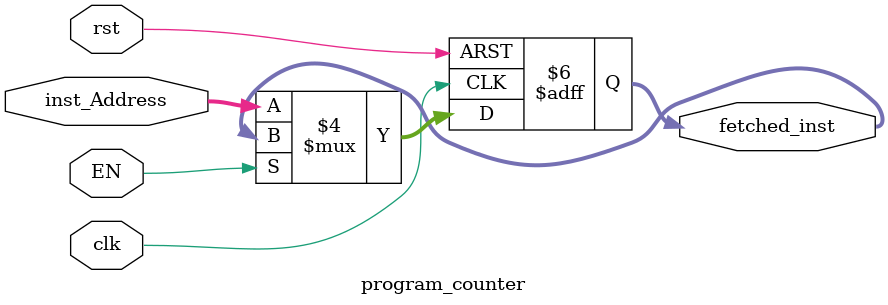
<source format=v>
module program_counter(input clk, 
input [31:0] inst_Address,
input rst,
input EN,
output reg [31:0] fetched_inst);
always @(posedge clk or negedge rst)
begin
if(!rst)
	fetched_inst<='b0;
else if(!EN)
	fetched_inst<=inst_Address;
end
endmodule 

</source>
